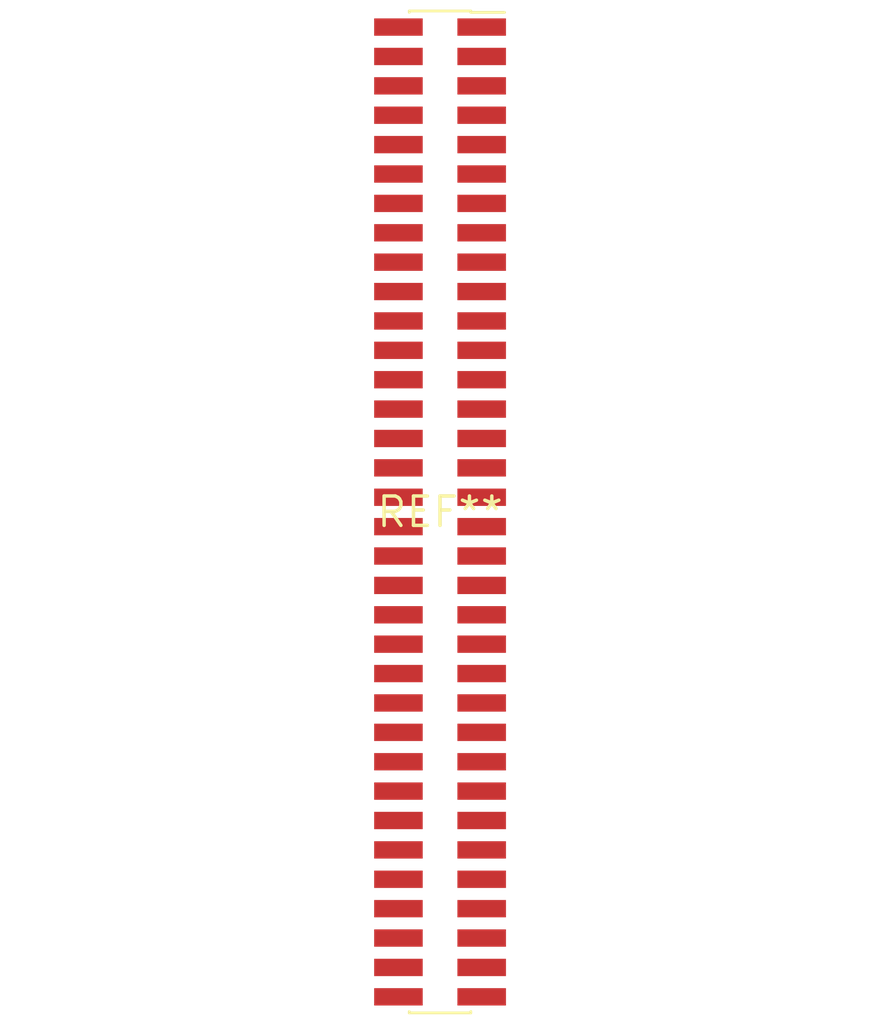
<source format=kicad_pcb>
(kicad_pcb (version 20240108) (generator pcbnew)
  (layers (0 "F.Cu" signal) (31 "B.Cu" signal) (34 "B.Paste" user) (35 "F.Paste" user) (36 "B.SilkS" user "B.Silkscreen") (37 "F.SilkS" user "F.Silkscreen") (38 "B.Mask" user) (39 "F.Mask" user) (44 "Edge.Cuts" user))
  (net 0 "")
  (footprint "PinSocket_2x34_P1.27mm_Vertical_SMD" (layer "F.Cu") (at 0 0)
    (property "Reference" "REF**")
    (property "Value" "PinSocket_2x34_P1.27mm_Vertical_SMD")
    (fp_line (start -1.33 -21.65) (end -1.33 -21.59) (layer "F.SilkS") (stroke (width 0.12)))
    (fp_line (start -1.33 -21.65) (end 1.33 -21.65) (layer "F.SilkS") (stroke (width 0.12)))
    (fp_line (start -1.33 21.59) (end -1.33 21.65) (layer "F.SilkS") (stroke (width 0.12)))
    (fp_line (start -1.33 21.65) (end 1.33 21.65) (layer "F.SilkS") (stroke (width 0.12)))
    (fp_line (start 1.33 -21.65) (end 1.33 -21.59) (layer "F.SilkS") (stroke (width 0.12)))
    (fp_line (start 1.33 -21.59) (end 2.79 -21.59) (layer "F.SilkS") (stroke (width 0.12)))
    (fp_line (start 1.33 21.59) (end 1.33 21.65) (layer "F.SilkS") (stroke (width 0.12)))
    (pad "1" smd rect (at 1.8 -20.955) (size 2.1 0.75) (layers "F.Cu" "F.Paste" "F.Mask"))
    (pad "2" smd rect (at -1.8 -20.955) (size 2.1 0.75) (layers "F.Cu" "F.Paste" "F.Mask"))
    (pad "3" smd rect (at 1.8 -19.685) (size 2.1 0.75) (layers "F.Cu" "F.Paste" "F.Mask"))
    (pad "4" smd rect (at -1.8 -19.685) (size 2.1 0.75) (layers "F.Cu" "F.Paste" "F.Mask"))
    (pad "5" smd rect (at 1.8 -18.415) (size 2.1 0.75) (layers "F.Cu" "F.Paste" "F.Mask"))
    (pad "6" smd rect (at -1.8 -18.415) (size 2.1 0.75) (layers "F.Cu" "F.Paste" "F.Mask"))
    (pad "7" smd rect (at 1.8 -17.145) (size 2.1 0.75) (layers "F.Cu" "F.Paste" "F.Mask"))
    (pad "8" smd rect (at -1.8 -17.145) (size 2.1 0.75) (layers "F.Cu" "F.Paste" "F.Mask"))
    (pad "9" smd rect (at 1.8 -15.875) (size 2.1 0.75) (layers "F.Cu" "F.Paste" "F.Mask"))
    (pad "10" smd rect (at -1.8 -15.875) (size 2.1 0.75) (layers "F.Cu" "F.Paste" "F.Mask"))
    (pad "11" smd rect (at 1.8 -14.605) (size 2.1 0.75) (layers "F.Cu" "F.Paste" "F.Mask"))
    (pad "12" smd rect (at -1.8 -14.605) (size 2.1 0.75) (layers "F.Cu" "F.Paste" "F.Mask"))
    (pad "13" smd rect (at 1.8 -13.335) (size 2.1 0.75) (layers "F.Cu" "F.Paste" "F.Mask"))
    (pad "14" smd rect (at -1.8 -13.335) (size 2.1 0.75) (layers "F.Cu" "F.Paste" "F.Mask"))
    (pad "15" smd rect (at 1.8 -12.065) (size 2.1 0.75) (layers "F.Cu" "F.Paste" "F.Mask"))
    (pad "16" smd rect (at -1.8 -12.065) (size 2.1 0.75) (layers "F.Cu" "F.Paste" "F.Mask"))
    (pad "17" smd rect (at 1.8 -10.795) (size 2.1 0.75) (layers "F.Cu" "F.Paste" "F.Mask"))
    (pad "18" smd rect (at -1.8 -10.795) (size 2.1 0.75) (layers "F.Cu" "F.Paste" "F.Mask"))
    (pad "19" smd rect (at 1.8 -9.525) (size 2.1 0.75) (layers "F.Cu" "F.Paste" "F.Mask"))
    (pad "20" smd rect (at -1.8 -9.525) (size 2.1 0.75) (layers "F.Cu" "F.Paste" "F.Mask"))
    (pad "21" smd rect (at 1.8 -8.255) (size 2.1 0.75) (layers "F.Cu" "F.Paste" "F.Mask"))
    (pad "22" smd rect (at -1.8 -8.255) (size 2.1 0.75) (layers "F.Cu" "F.Paste" "F.Mask"))
    (pad "23" smd rect (at 1.8 -6.985) (size 2.1 0.75) (layers "F.Cu" "F.Paste" "F.Mask"))
    (pad "24" smd rect (at -1.8 -6.985) (size 2.1 0.75) (layers "F.Cu" "F.Paste" "F.Mask"))
    (pad "25" smd rect (at 1.8 -5.715) (size 2.1 0.75) (layers "F.Cu" "F.Paste" "F.Mask"))
    (pad "26" smd rect (at -1.8 -5.715) (size 2.1 0.75) (layers "F.Cu" "F.Paste" "F.Mask"))
    (pad "27" smd rect (at 1.8 -4.445) (size 2.1 0.75) (layers "F.Cu" "F.Paste" "F.Mask"))
    (pad "28" smd rect (at -1.8 -4.445) (size 2.1 0.75) (layers "F.Cu" "F.Paste" "F.Mask"))
    (pad "29" smd rect (at 1.8 -3.175) (size 2.1 0.75) (layers "F.Cu" "F.Paste" "F.Mask"))
    (pad "30" smd rect (at -1.8 -3.175) (size 2.1 0.75) (layers "F.Cu" "F.Paste" "F.Mask"))
    (pad "31" smd rect (at 1.8 -1.905) (size 2.1 0.75) (layers "F.Cu" "F.Paste" "F.Mask"))
    (pad "32" smd rect (at -1.8 -1.905) (size 2.1 0.75) (layers "F.Cu" "F.Paste" "F.Mask"))
    (pad "33" smd rect (at 1.8 -0.635) (size 2.1 0.75) (layers "F.Cu" "F.Paste" "F.Mask"))
    (pad "34" smd rect (at -1.8 -0.635) (size 2.1 0.75) (layers "F.Cu" "F.Paste" "F.Mask"))
    (pad "35" smd rect (at 1.8 0.635) (size 2.1 0.75) (layers "F.Cu" "F.Paste" "F.Mask"))
    (pad "36" smd rect (at -1.8 0.635) (size 2.1 0.75) (layers "F.Cu" "F.Paste" "F.Mask"))
    (pad "37" smd rect (at 1.8 1.905) (size 2.1 0.75) (layers "F.Cu" "F.Paste" "F.Mask"))
    (pad "38" smd rect (at -1.8 1.905) (size 2.1 0.75) (layers "F.Cu" "F.Paste" "F.Mask"))
    (pad "39" smd rect (at 1.8 3.175) (size 2.1 0.75) (layers "F.Cu" "F.Paste" "F.Mask"))
    (pad "40" smd rect (at -1.8 3.175) (size 2.1 0.75) (layers "F.Cu" "F.Paste" "F.Mask"))
    (pad "41" smd rect (at 1.8 4.445) (size 2.1 0.75) (layers "F.Cu" "F.Paste" "F.Mask"))
    (pad "42" smd rect (at -1.8 4.445) (size 2.1 0.75) (layers "F.Cu" "F.Paste" "F.Mask"))
    (pad "43" smd rect (at 1.8 5.715) (size 2.1 0.75) (layers "F.Cu" "F.Paste" "F.Mask"))
    (pad "44" smd rect (at -1.8 5.715) (size 2.1 0.75) (layers "F.Cu" "F.Paste" "F.Mask"))
    (pad "45" smd rect (at 1.8 6.985) (size 2.1 0.75) (layers "F.Cu" "F.Paste" "F.Mask"))
    (pad "46" smd rect (at -1.8 6.985) (size 2.1 0.75) (layers "F.Cu" "F.Paste" "F.Mask"))
    (pad "47" smd rect (at 1.8 8.255) (size 2.1 0.75) (layers "F.Cu" "F.Paste" "F.Mask"))
    (pad "48" smd rect (at -1.8 8.255) (size 2.1 0.75) (layers "F.Cu" "F.Paste" "F.Mask"))
    (pad "49" smd rect (at 1.8 9.525) (size 2.1 0.75) (layers "F.Cu" "F.Paste" "F.Mask"))
    (pad "50" smd rect (at -1.8 9.525) (size 2.1 0.75) (layers "F.Cu" "F.Paste" "F.Mask"))
    (pad "51" smd rect (at 1.8 10.795) (size 2.1 0.75) (layers "F.Cu" "F.Paste" "F.Mask"))
    (pad "52" smd rect (at -1.8 10.795) (size 2.1 0.75) (layers "F.Cu" "F.Paste" "F.Mask"))
    (pad "53" smd rect (at 1.8 12.065) (size 2.1 0.75) (layers "F.Cu" "F.Paste" "F.Mask"))
    (pad "54" smd rect (at -1.8 12.065) (size 2.1 0.75) (layers "F.Cu" "F.Paste" "F.Mask"))
    (pad "55" smd rect (at 1.8 13.335) (size 2.1 0.75) (layers "F.Cu" "F.Paste" "F.Mask"))
    (pad "56" smd rect (at -1.8 13.335) (size 2.1 0.75) (layers "F.Cu" "F.Paste" "F.Mask"))
    (pad "57" smd rect (at 1.8 14.605) (size 2.1 0.75) (layers "F.Cu" "F.Paste" "F.Mask"))
    (pad "58" smd rect (at -1.8 14.605) (size 2.1 0.75) (layers "F.Cu" "F.Paste" "F.Mask"))
    (pad "59" smd rect (at 1.8 15.875) (size 2.1 0.75) (layers "F.Cu" "F.Paste" "F.Mask"))
    (pad "60" smd rect (at -1.8 15.875) (size 2.1 0.75) (layers "F.Cu" "F.Paste" "F.Mask"))
    (pad "61" smd rect (at 1.8 17.145) (size 2.1 0.75) (layers "F.Cu" "F.Paste" "F.Mask"))
    (pad "62" smd rect (at -1.8 17.145) (size 2.1 0.75) (layers "F.Cu" "F.Paste" "F.Mask"))
    (pad "63" smd rect (at 1.8 18.415) (size 2.1 0.75) (layers "F.Cu" "F.Paste" "F.Mask"))
    (pad "64" smd rect (at -1.8 18.415) (size 2.1 0.75) (layers "F.Cu" "F.Paste" "F.Mask"))
    (pad "65" smd rect (at 1.8 19.685) (size 2.1 0.75) (layers "F.Cu" "F.Paste" "F.Mask"))
    (pad "66" smd rect (at -1.8 19.685) (size 2.1 0.75) (layers "F.Cu" "F.Paste" "F.Mask"))
    (pad "67" smd rect (at 1.8 20.955) (size 2.1 0.75) (layers "F.Cu" "F.Paste" "F.Mask"))
    (pad "68" smd rect (at -1.8 20.955) (size 2.1 0.75) (layers "F.Cu" "F.Paste" "F.Mask"))
  )
)
</source>
